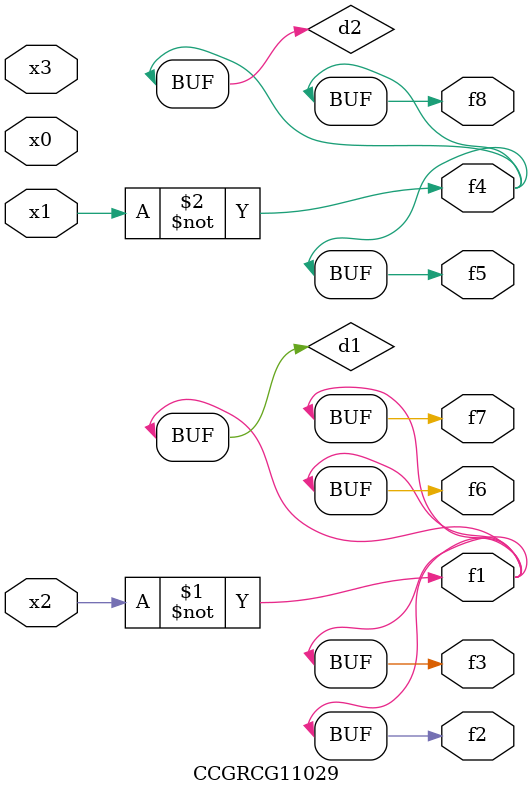
<source format=v>
module CCGRCG11029(
	input x0, x1, x2, x3,
	output f1, f2, f3, f4, f5, f6, f7, f8
);

	wire d1, d2;

	xnor (d1, x2);
	not (d2, x1);
	assign f1 = d1;
	assign f2 = d1;
	assign f3 = d1;
	assign f4 = d2;
	assign f5 = d2;
	assign f6 = d1;
	assign f7 = d1;
	assign f8 = d2;
endmodule

</source>
